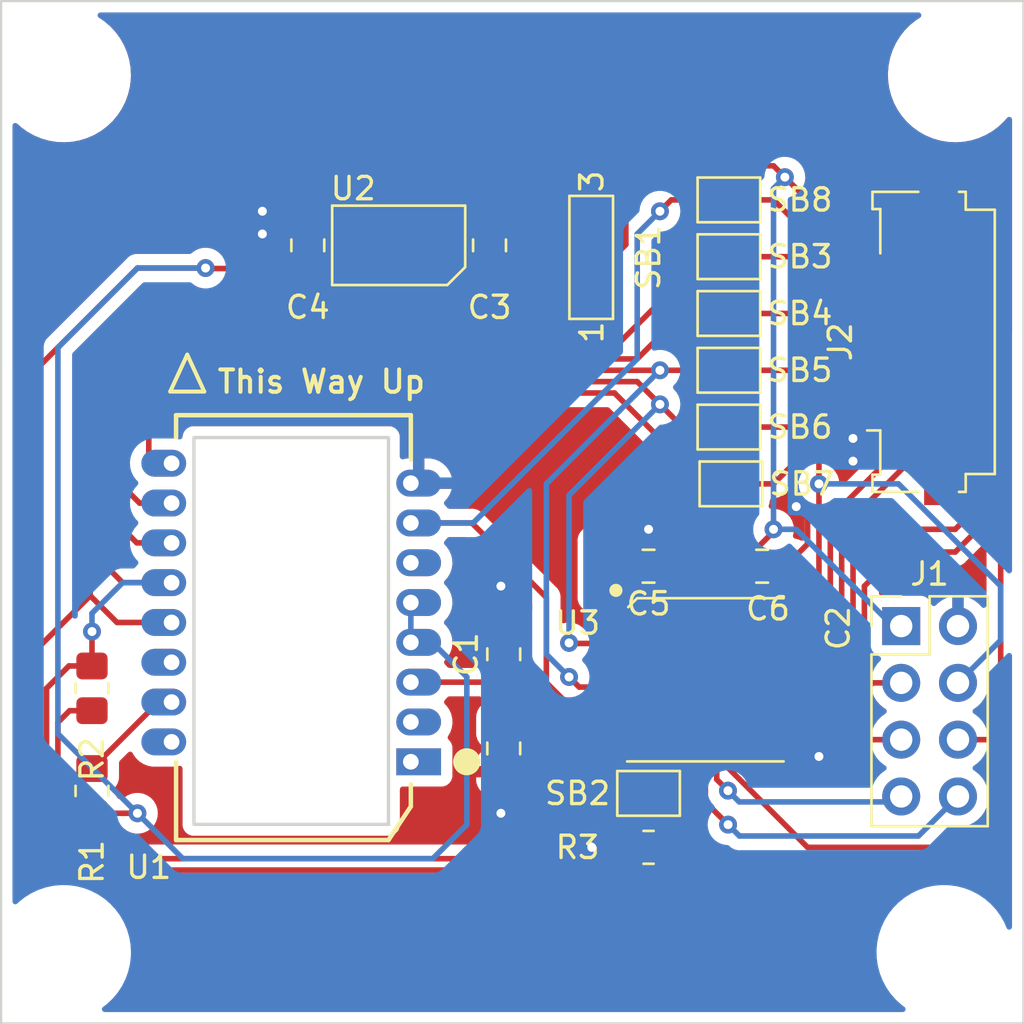
<source format=kicad_pcb>
(kicad_pcb (version 20211014) (generator pcbnew)
  (layers (0 "F.Cu" signal) (31 "B.Cu" signal) (34 "B.Paste" user) (35 "F.Paste" user) (36 "B.SilkS" user "B.Silkscreen") (37 "F.SilkS" user "F.Silkscreen") (38 "B.Mask" user) (39 "F.Mask" user) (44 "Edge.Cuts" user))
  (net 0 "")
  (net 1 "Net-(U1-Pad3)")
  (net 2 "GND")
  (net 3 "Net-(C3-Pad1)")
  (net 4 "VDD")
  (net 5 "/V_IN")
  (net 6 "/CS_O")
  (net 7 "/MISO_O")
  (net 8 "/MOSI_O")
  (net 9 "/SCLK_O")
  (net 10 "/MOTION_O")
  (net 11 "/RESET_O")
  (net 13 "Net-(U1-Pad15)")
  (net 14 "/MISO")
  (net 15 "Net-(R3-Pad1)")
  (net 16 "/CS")
  (net 17 "/MOSI")
  (net 18 "/SCLK")
  (net 19 "/MOTION")
  (net 20 "/RESET")
  (footprint "Jumper:SolderJumper-3_P2.0mm_Open_TrianglePad1.0x1.5mm_NumberLabels" (layer "F.Cu") (at 151.892 94.012 90)
    (fp_text reference "SB1" (at 0 2.54 90) (layer "F.SilkS"))
    (fp_text value "SolderJumper_3_Bridged12" hide)
    (fp_text user "3" (at 3.4 0 90) (layer "F.SilkS"))
    (fp_text user "1" (at -3.35 0 90) (layer "F.SilkS"))
    (pad "1" smd custom (at -2 0 90) (size 0.3 0.3) (layers "F.Cu" "F.Mask") (net 4 "VDD") (options (clearance outline) (anchor rect)) (primitives (gr_poly (pts (xy 1 0) (xy 0.5 0.75) (xy -0.5 0.75) (xy -0.5 -0.75) (xy 0.5 -0.75)) (width 0) (fill yes))))
    (pad "2" smd custom (at 0 0 90) (size 0.3 0.3) (layers "F.Cu") (net 5 "/V_IN") (options (clearance outline) (anchor rect)) (primitives (gr_poly (pts (xy 0.7 0) (xy 1.2 0.75) (xy -1.2 0.75) (xy -0.7 0) (xy -1.2 -0.75) (xy 1.2 -0.75)) (width 0) (fill yes))))
    (pad "3" smd custom (at 2 0 270) (size 0.3 0.3) (layers "F.Cu" "F.Mask") (net 3 "Net-(C3-Pad1)") (options (clearance outline) (anchor rect)) (primitives (gr_poly (pts (xy 1 0) (xy 0.5 0.75) (xy -0.5 0.75) (xy -0.5 -0.75) (xy 0.5 -0.75)) (width 0) (fill yes))))
  )
  (footprint "Resistor_SMD:R_0805_2012Metric_Pad1.20x1.40mm_HandSolder" (layer "F.Cu") (at 154.432 120.396 180)
    (fp_text reference "R3" (at 3.175 0) (layer "F.SilkS"))
    (fp_text value "10k")
    (pad "1" smd roundrect (at -1 0 180) (size 1.2 1.4) (layers "F.Cu" "F.Paste" "F.Mask") (roundrect_rratio 0.208333) (net 15 "Net-(R3-Pad1)"))
    (pad "2" smd roundrect (at 1 0 180) (size 1.2 1.4) (layers "F.Cu" "F.Paste" "F.Mask") (roundrect_rratio 0.208333) (net 2 "GND"))
  )
  (footprint "Jumper:SolderJumper-2_P1.3mm_Open_TrianglePad1.0x1.5mm" (layer "F.Cu") (at 158.025 96.52)
    (fp_text reference "SB4" (at 3.175 0) (layer "F.SilkS"))
    (fp_text value "SolderJumper_2_Open" hide)
    (pad "1" smd custom (at -0.725 0) (size 0.3 0.3) (layers "F.Cu" "F.Mask") (net 14 "/MISO") (options (clearance outline) (anchor rect)) (primitives (gr_poly (pts (xy 1 0) (xy 0.5 0.75) (xy -0.5 0.75) (xy -0.5 -0.75) (xy 0.5 -0.75)) (width 0) (fill yes))))
    (pad "2" smd custom (at 0.725 0) (size 0.3 0.3) (layers "F.Cu" "F.Mask") (net 7 "/MISO_O") (options (clearance outline) (anchor rect)) (primitives (gr_poly (pts (xy 0.5 0.75) (xy -0.65 0.75) (xy -0.15 0) (xy -0.65 -0.75) (xy 0.5 -0.75)) (width 0) (fill yes))))
  )
  (footprint "PMW3360_PCB:SOT-25-5_Handsoldering" (layer "F.Cu") (at 143.256 93.472 90)
    (fp_text reference "U2" (at 2.54 -2.032) (layer "F.SilkS"))
    (fp_text value "AP7331-20WG-7" hide)
    (pad "1" smd rect (at -0.95 1.65 90) (size 0.65 1.65) (layers "F.Cu" "F.Paste" "F.Mask") (net 3 "Net-(C3-Pad1)"))
    (pad "2" smd rect (at 0 1.65 90) (size 0.65 1.65) (layers "F.Cu" "F.Paste" "F.Mask") (net 2 "GND"))
    (pad "3" smd rect (at 0.95 1.65 90) (size 0.65 1.65) (layers "F.Cu" "F.Paste" "F.Mask") (net 3 "Net-(C3-Pad1)"))
    (pad "4" smd rect (at 0.95 -1.65 90) (size 0.65 1.65) (layers "F.Cu" "F.Paste" "F.Mask"))
    (pad "5" smd rect (at -0.95 -1.65 90) (size 0.65 1.65) (layers "F.Cu" "F.Paste" "F.Mask") (net 4 "VDD"))
  )
  (footprint "Jumper:SolderJumper-2_P1.3mm_Open_TrianglePad1.0x1.5mm" (layer "F.Cu") (at 154.432 117.983)
    (fp_text reference "SB2" (at -3.175 0) (layer "F.SilkS"))
    (fp_text value "SolderJumper_2_Open" hide)
    (pad "1" smd custom (at -0.725 0) (size 0.3 0.3) (layers "F.Cu" "F.Mask") (net 4 "VDD") (options (clearance outline) (anchor rect)) (primitives (gr_poly (pts (xy 1 0) (xy 0.5 0.75) (xy -0.5 0.75) (xy -0.5 -0.75) (xy 0.5 -0.75)) (width 0) (fill yes))))
    (pad "2" smd custom (at 0.725 0) (size 0.3 0.3) (layers "F.Cu" "F.Mask") (net 15 "Net-(R3-Pad1)") (options (clearance outline) (anchor rect)) (primitives (gr_poly (pts (xy 0.5 0.75) (xy -0.65 0.75) (xy -0.15 0) (xy -0.65 -0.75) (xy 0.5 -0.75)) (width 0) (fill yes))))
  )
  (footprint "MountingHole:MountingHole_2.5mm" (layer "F.Cu") (at 168.275 85.725)
    (fp_text reference "REF**" hide)
    (fp_text value "MountingHole_2.5mm" hide)
    (pad "" np_thru_hole circle (at 0 0) (size 2.5 2.5) (drill 2.5) (layers *.Cu *.Mask))
  )
  (footprint "Capacitor_SMD:C_0805_2012Metric_Pad1.18x1.45mm_HandSolder" (layer "F.Cu") (at 139.192 93.472 90)
    (fp_text reference "C4" (at -2.7725 0) (layer "F.SilkS"))
    (fp_text value "1uF")
    (pad "1" smd roundrect (at -1.0375 0 90) (size 1.175 1.45) (layers "F.Cu" "F.Paste" "F.Mask") (roundrect_rratio 0.212766) (net 4 "VDD"))
    (pad "2" smd roundrect (at 1.0375 0 90) (size 1.175 1.45) (layers "F.Cu" "F.Paste" "F.Mask") (roundrect_rratio 0.212766) (net 2 "GND"))
  )
  (footprint "Capacitor_SMD:C_0805_2012Metric_Pad1.18x1.45mm_HandSolder" (layer "F.Cu") (at 147.32 93.472 90)
    (fp_text reference "C3" (at -2.7725 0) (layer "F.SilkS"))
    (fp_text value "1uF")
    (pad "1" smd roundrect (at -1.0375 0 90) (size 1.175 1.45) (layers "F.Cu" "F.Paste" "F.Mask") (roundrect_rratio 0.212766) (net 3 "Net-(C3-Pad1)"))
    (pad "2" smd roundrect (at 1.0375 0 90) (size 1.175 1.45) (layers "F.Cu" "F.Paste" "F.Mask") (roundrect_rratio 0.212766) (net 2 "GND"))
  )
  (footprint "Jumper:SolderJumper-2_P1.3mm_Open_TrianglePad1.0x1.5mm" (layer "F.Cu") (at 158.025 93.98)
    (fp_text reference "SB3" (at 3.175 0) (layer "F.SilkS"))
    (fp_text value "SolderJumper_2_Open" hide)
    (pad "1" smd custom (at -0.725 0) (size 0.3 0.3) (layers "F.Cu" "F.Mask") (net 16 "/CS") (options (clearance outline) (anchor rect)) (primitives (gr_poly (pts (xy 1 0) (xy 0.5 0.75) (xy -0.5 0.75) (xy -0.5 -0.75) (xy 0.5 -0.75)) (width 0) (fill yes))))
    (pad "2" smd custom (at 0.725 0) (size 0.3 0.3) (layers "F.Cu" "F.Mask") (net 6 "/CS_O") (options (clearance outline) (anchor rect)) (primitives (gr_poly (pts (xy 0.5 0.75) (xy -0.65 0.75) (xy -0.15 0) (xy -0.65 -0.75) (xy 0.5 -0.75)) (width 0) (fill yes))))
  )
  (footprint "Jumper:SolderJumper-2_P1.3mm_Open_TrianglePad1.0x1.5mm" (layer "F.Cu") (at 158.025 101.6)
    (fp_text reference "SB6" (at 3.175 0) (layer "F.SilkS"))
    (fp_text value "SolderJumper_2_Open" hide)
    (pad "1" smd custom (at -0.725 0) (size 0.3 0.3) (layers "F.Cu" "F.Mask") (net 18 "/SCLK") (options (clearance outline) (anchor rect)) (primitives (gr_poly (pts (xy 1 0) (xy 0.5 0.75) (xy -0.5 0.75) (xy -0.5 -0.75) (xy 0.5 -0.75)) (width 0) (fill yes))))
    (pad "2" smd custom (at 0.725 0) (size 0.3 0.3) (layers "F.Cu" "F.Mask") (net 9 "/SCLK_O") (options (clearance outline) (anchor rect)) (primitives (gr_poly (pts (xy 0.5 0.75) (xy -0.65 0.75) (xy -0.15 0) (xy -0.65 -0.75) (xy 0.5 -0.75)) (width 0) (fill yes))))
  )
  (footprint "Capacitor_SMD:C_0805_2012Metric_Pad1.18x1.45mm_HandSolder" (layer "F.Cu") (at 159.512 107.823)
    (fp_text reference "C6" (at 0.261252 1.905) (layer "F.SilkS"))
    (fp_text value "1uF")
    (pad "1" smd roundrect (at -1.0375 0) (size 1.175 1.45) (layers "F.Cu" "F.Paste" "F.Mask") (roundrect_rratio 0.212766) (net 5 "/V_IN"))
    (pad "2" smd roundrect (at 1.0375 0) (size 1.175 1.45) (layers "F.Cu" "F.Paste" "F.Mask") (roundrect_rratio 0.212766) (net 2 "GND"))
  )
  (footprint "MountingHole:MountingHole_2.5mm" (layer "F.Cu") (at 167.64 125.095)
    (fp_text reference "REF**" hide)
    (fp_text value "MountingHole_2.5mm" hide)
    (pad "" np_thru_hole circle (at 0 0) (size 2.5 2.5) (drill 2.5) (layers *.Cu *.Mask))
  )
  (footprint "PMW3360_PCB:TSSOP-20" (layer "F.Cu") (at 156.972 112.903 -90)
    (fp_text reference "U3" (at -2.54 5.715) (layer "F.SilkS"))
    (fp_text value "TXS0108E-QPWRQ1")
    (pad "1" smd roundrect (at -2.925 2.9 270) (size 0.45 2) (drill (offset 0 0.25)) (layers "F.Cu" "F.Paste" "F.Mask") (roundrect_rratio 0) (chamfer_ratio 0.4) (chamfer top_left) (net 19 "/MOTION"))
    (pad "2" smd rect (at -2.275 2.9 270) (size 0.45 2) (drill (offset 0 0.25)) (layers "F.Cu" "F.Paste" "F.Mask") (net 4 "VDD"))
    (pad "3" smd rect (at -1.625 2.9 270) (size 0.45 2) (drill (offset 0 0.25)) (layers "F.Cu" "F.Paste" "F.Mask") (net 18 "/SCLK"))
    (pad "4" smd rect (at -0.975 2.9 270) (size 0.45 2) (drill (offset 0 0.25)) (layers "F.Cu" "F.Paste" "F.Mask"))
    (pad "5" smd rect (at -0.325 2.9 270) (size 0.45 2) (drill (offset 0 0.25)) (layers "F.Cu" "F.Paste" "F.Mask"))
    (pad "6" smd rect (at 0.325 2.9 270) (size 0.45 2) (drill (offset 0 0.25)) (layers "F.Cu" "F.Paste" "F.Mask") (net 17 "/MOSI"))
    (pad "7" smd rect (at 0.975 2.9 270) (size 0.45 2) (drill (offset 0 0.25)) (layers "F.Cu" "F.Paste" "F.Mask") (net 20 "/RESET"))
    (pad "8" smd rect (at 1.625 2.9 270) (size 0.45 2) (drill (offset 0 0.25)) (layers "F.Cu" "F.Paste" "F.Mask") (net 14 "/MISO"))
    (pad "9" smd rect (at 2.275 2.9 270) (size 0.45 2) (drill (offset 0 0.25)) (layers "F.Cu" "F.Paste" "F.Mask") (net 16 "/CS"))
    (pad "10" smd rect (at 2.925 2.9 270) (size 0.45 2) (drill (offset 0 0.25)) (layers "F.Cu" "F.Paste" "F.Mask") (net 15 "Net-(R3-Pad1)"))
    (pad "11" smd rect (at 2.925 -2.9 270) (size 0.45 2) (drill (offset 0 -0.25)) (layers "F.Cu" "F.Paste" "F.Mask") (net 2 "GND"))
    (pad "12" smd rect (at 2.275 -2.9 270) (size 0.45 2) (drill (offset 0 -0.25)) (layers "F.Cu" "F.Paste" "F.Mask") (net 6 "/CS_O"))
    (pad "13" smd rect (at 1.625 -2.9 270) (size 0.45 2) (drill (offset 0 -0.25)) (layers "F.Cu" "F.Paste" "F.Mask") (net 7 "/MISO_O"))
    (pad "14" smd rect (at 0.975 -2.9 270) (size 0.45 2) (drill (offset 0 -0.25)) (layers "F.Cu" "F.Paste" "F.Mask") (net 11 "/RESET_O"))
    (pad "15" smd rect (at 0.325 -2.9 270) (size 0.45 2) (drill (offset 0 -0.25)) (layers "F.Cu" "F.Paste" "F.Mask") (net 8 "/MOSI_O"))
    (pad "16" smd rect (at -0.325 -2.9 270) (size 0.45 2) (drill (offset 0 -0.25)) (layers "F.Cu" "F.Paste" "F.Mask"))
    (pad "17" smd rect (at -0.975 -2.9 270) (size 0.45 2) (drill (offset 0 -0.25)) (layers "F.Cu" "F.Paste" "F.Mask"))
    (pad "18" smd rect (at -1.625 -2.9 270) (size 0.45 2) (drill (offset 0 -0.25)) (layers "F.Cu" "F.Paste" "F.Mask") (net 9 "/SCLK_O"))
    (pad "19" smd rect (at -2.275 -2.9 270) (size 0.45 2) (drill (offset 0 -0.25)) (layers "F.Cu" "F.Paste" "F.Mask") (net 5 "/V_IN"))
    (pad "20" smd rect (at -2.925 -2.9 270) (size 0.45 2) (drill (offset 0 -0.25)) (layers "F.Cu" "F.Paste" "F.Mask") (net 10 "/MOTION_O"))
  )
  (footprint "Connector_PinHeader_2.54mm:PinHeader_2x04_P2.54mm_Vertical" (layer "F.Cu") (at 165.73 110.5)
    (fp_text reference "J1" (at 1.27 -2.33) (layer "F.SilkS"))
    (fp_text value "Conn_02x04_Top_Bottom" hide)
    (pad "1" thru_hole rect (at 0 0) (size 1.7 1.7) (drill 1) (layers *.Cu *.Mask) (net 5 "/V_IN"))
    (pad "2" thru_hole oval (at 2.54 0) (size 1.7 1.7) (drill 1) (layers *.Cu *.Mask) (net 2 "GND"))
    (pad "3" thru_hole oval (at 0 2.54) (size 1.7 1.7) (drill 1) (layers *.Cu *.Mask) (net 6 "/CS_O"))
    (pad "4" thru_hole oval (at 2.54 2.54) (size 1.7 1.7) (drill 1) (layers *.Cu *.Mask) (net 10 "/MOTION_O"))
    (pad "5" thru_hole oval (at 0 5.08) (size 1.7 1.7) (drill 1) (layers *.Cu *.Mask) (net 7 "/MISO_O"))
    (pad "6" thru_hole oval (at 2.54 5.08) (size 1.7 1.7) (drill 1) (layers *.Cu *.Mask) (net 11 "/RESET_O"))
    (pad "7" thru_hole oval (at 0 7.62) (size 1.7 1.7) (drill 1) (layers *.Cu *.Mask) (net 8 "/MOSI_O"))
    (pad "8" thru_hole oval (at 2.54 7.62) (size 1.7 1.7) (drill 1) (layers *.Cu *.Mask) (net 9 "/SCLK_O"))
  )
  (footprint "Jumper:SolderJumper-2_P1.3mm_Open_TrianglePad1.0x1.5mm" (layer "F.Cu") (at 158.025 91.44)
    (fp_text reference "SB8" (at 3.175 0) (layer "F.SilkS"))
    (fp_text value "SolderJumper_2_Open" hide)
    (pad "1" smd custom (at -0.725 0) (size 0.3 0.3) (layers "F.Cu" "F.Mask") (net 20 "/RESET") (options (clearance outline) (anchor rect)) (primitives (gr_poly (pts (xy 1 0) (xy 0.5 0.75) (xy -0.5 0.75) (xy -0.5 -0.75) (xy 0.5 -0.75)) (width 0) (fill yes))))
    (pad "2" smd custom (at 0.725 0) (size 0.3 0.3) (layers "F.Cu" "F.Mask") (net 11 "/RESET_O") (options (clearance outline) (anchor rect)) (primitives (gr_poly (pts (xy 0.5 0.75) (xy -0.65 0.75) (xy -0.15 0) (xy -0.65 -0.75) (xy 0.5 -0.75)) (width 0) (fill yes))))
  )
  (footprint "Resistor_SMD:R_0805_2012Metric_Pad1.20x1.40mm_HandSolder" (layer "F.Cu") (at 129.54 113.284 90)
    (fp_text reference "R2" (at -3.175 0 90) (layer "F.SilkS"))
    (fp_text value "10k")
    (pad "1" smd roundrect (at -1 0 90) (size 1.2 1.4) (layers "F.Cu" "F.Paste" "F.Mask") (roundrect_rratio 0.208333) (net 4 "VDD"))
    (pad "2" smd roundrect (at 1 0 90) (size 1.2 1.4) (layers "F.Cu" "F.Paste" "F.Mask") (roundrect_rratio 0.208333) (net 14 "/MISO"))
  )
  (footprint "PMW3360_PCB:16pin‐DIP(PMW3360DM-T2QU)" (layer "F.Cu") (at 143.8 116.56825 90)
    (fp_text reference "U1" (at -4.71675 -11.72) (layer "F.SilkS"))
    (fp_text value "PMW3360DM-T2QU")
    (fp_text user "This Way Up" (at 17 -4 unlocked) (layer "F.SilkS") (effects (font (thickness 0.18))))
    (fp_rect (start -2.8 -1) (end 14.5 -9.7) (layer "Edge.Cuts") (width 0.15) (fill none))
    (pad "1" thru_hole rect (at 0 0 90) (size 1.2 2) (drill 0.7 (offset 0 0.35)) (layers *.Cu *.Mask))
    (pad "2" thru_hole oval (at 1.78 0 90) (size 1.2 2) (drill 0.7 (offset 0 0.35)) (layers *.Cu *.Mask))
    (pad "3" thru_hole oval (at 3.56 0 90) (size 1.2 2) (drill 0.7 (offset 0 0.35)) (layers *.Cu *.Mask) (net 1 "Net-(U1-Pad3)"))
    (pad "4" thru_hole oval (at 5.34 0 90) (size 1.2 2) (drill 0.7 (offset 0 0.35)) (layers *.Cu *.Mask) (net 4 "VDD"))
    (pad "5" thru_hole oval (at 7.12 0 90) (size 1.2 2) (drill 0.7 (offset 0 0.35)) (layers *.Cu *.Mask) (net 4 "VDD"))
    (pad "6" thru_hole oval (at 8.9 0 90) (size 1.2 2) (drill 0.7 (offset 0 0.35)) (layers *.Cu *.Mask))
    (pad "7" thru_hole oval (at 10.68 0 90) (size 1.2 2) (drill 0.7 (offset 0 0.35)) (layers *.Cu *.Mask) (net 20 "/RESET"))
    (pad "8" thru_hole oval (at 12.46 0 90) (size 1.2 2) (drill 0.7 (offset 0 0.35)) (layers *.Cu *.Mask) (net 2 "GND"))
    (pad "9" thru_hole oval (at 13.35 -10.7 90) (size 1.2 2) (drill 0.7 (offset 0 -0.35)) (layers *.Cu *.Mask) (net 19 "/MOTION"))
    (pad "10" thru_hole oval (at 11.57 -10.7 90) (size 1.2 2) (drill 0.7 (offset 0 -0.35)) (layers *.Cu *.Mask) (net 18 "/SCLK"))
    (pad "11" thru_hole oval (at 9.79 -10.7 90) (size 1.2 2) (drill 0.7 (offset 0 -0.35)) (layers *.Cu *.Mask) (net 17 "/MOSI"))
    (pad "12" thru_hole oval (at 8.01 -10.7 90) (size 1.2 2) (drill 0.7 (offset 0 -0.35)) (layers *.Cu *.Mask) (net 14 "/MISO"))
    (pad "13" thru_hole oval (at 6.23 -10.7 90) (size 1.2 2) (drill 0.7 (offset 0 -0.35)) (layers *.Cu *.Mask) (net 16 "/CS"))
    (pad "14" thru_hole oval (at 4.45 -10.7 90) (size 1.2 2) (drill 0.7 (offset 0 -0.35)) (layers *.Cu *.Mask))
    (pad "15" thru_hole oval (at 2.67 -10.7 90) (size 1.2 2) (drill 0.7 (offset 0 -0.35)) (layers *.Cu *.Mask) (net 13 "Net-(U1-Pad15)"))
    (pad "16" thru_hole oval (at 0.89 -10.7 90) (size 1.2 2) (drill 0.7 (offset 0 -0.35)) (layers *.Cu *.Mask))
  )
  (footprint "Resistor_SMD:R_0805_2012Metric_Pad1.20x1.40mm_HandSolder" (layer "F.Cu") (at 129.54 117.872 90)
    (fp_text reference "R1" (at -3.175 0 90) (layer "F.SilkS"))
    (fp_text value "39R")
    (pad "1" smd roundrect (at -1 0 90) (size 1.2 1.4) (layers "F.Cu" "F.Paste" "F.Mask") (roundrect_rratio 0.208333) (net 4 "VDD"))
    (pad "2" smd roundrect (at 1 0 90) (size 1.2 1.4) (layers "F.Cu" "F.Paste" "F.Mask") (roundrect_rratio 0.208333) (net 13 "Net-(U1-Pad15)"))
  )
  (footprint "Jumper:SolderJumper-2_P1.3mm_Open_TrianglePad1.0x1.5mm" (layer "F.Cu") (at 158.025 99.06)
    (fp_text reference "SB5" (at 3.175 0) (layer "F.SilkS"))
    (fp_text value "SolderJumper_2_Open" hide)
    (pad "1" smd custom (at -0.725 0) (size 0.3 0.3) (layers "F.Cu" "F.Mask") (net 17 "/MOSI") (options (clearance outline) (anchor rect)) (primitives (gr_poly (pts (xy 1 0) (xy 0.5 0.75) (xy -0.5 0.75) (xy -0.5 -0.75) (xy 0.5 -0.75)) (width 0) (fill yes))))
    (pad "2" smd custom (at 0.725 0) (size 0.3 0.3) (layers "F.Cu" "F.Mask") (net 8 "/MOSI_O") (options (clearance outline) (anchor rect)) (primitives (gr_poly (pts (xy 0.5 0.75) (xy -0.65 0.75) (xy -0.15 0) (xy -0.65 -0.75) (xy 0.5 -0.75)) (width 0) (fill yes))))
  )
  (footprint "Connector_FFC-FPC:Molex_200528-0080_1x08-1MP_P1.00mm_Horizontal" (layer "F.Cu") (at 165.615 97.79 90)
    (fp_text reference "J2" (at 0 -2.61 90) (layer "F.SilkS"))
    (fp_text value "Conn_01x08_MountingPin" hide)
    (pad "1" smd rect (at -3.5 -0.91 90) (size 0.4 1) (layers "F.Cu" "F.Paste" "F.Mask") (net 2 "GND"))
    (pad "2" smd rect (at -2.5 -0.91 90) (size 0.4 1) (layers "F.Cu" "F.Paste" "F.Mask") (net 10 "/MOTION_O"))
    (pad "3" smd rect (at -1.5 -0.91 90) (size 0.4 1) (layers "F.Cu" "F.Paste" "F.Mask") (net 9 "/SCLK_O"))
    (pad "4" smd rect (at -0.5 -0.91 90) (size 0.4 1) (layers "F.Cu" "F.Paste" "F.Mask") (net 8 "/MOSI_O"))
    (pad "5" smd rect (at 0.5 -0.91 90) (size 0.4 1) (layers "F.Cu" "F.Paste" "F.Mask") (net 7 "/MISO_O"))
    (pad "6" smd rect (at 1.5 -0.91 90) (size 0.4 1) (layers "F.Cu" "F.Paste" "F.Mask") (net 6 "/CS_O"))
    (pad "7" smd rect (at 2.5 -0.91 90) (size 0.4 1) (layers "F.Cu" "F.Paste" "F.Mask") (net 11 "/RESET_O"))
    (pad "8" smd rect (at 3.5 -0.91 90) (size 0.4 1) (layers "F.Cu" "F.Paste" "F.Mask") (net 5 "/V_IN"))
    (pad "MP" smd rect (at 6.3 1.79 90) (size 2 1.3) (layers "F.Cu" "F.Adhes" "F.Paste" "F.Mask"))
    (pad "MP" smd rect (at -6.3 1.79 90) (size 2 1.3) (layers "F.Cu" "F.Paste" "F.Mask"))
  )
  (footprint "MountingHole:MountingHole_2.5mm" (layer "F.Cu") (at 128.27 85.725)
    (fp_text reference "REF**" hide)
    (fp_text value "MountingHole_2.5mm" hide)
    (pad "" np_thru_hole circle (at 0 0) (size 2.5 2.5) (drill 2.5) (layers *.Cu *.Mask))
  )
  (footprint "Capacitor_SMD:C_0805_2012Metric_Pad1.18x1.45mm_HandSolder" (layer "F.Cu") (at 147.955 115.9725 -90)
    (fp_text reference "C2" (at -5.377 -14.957 -90) (layer "F.SilkS"))
    (fp_text value "100nF")
    (pad "1" smd roundrect (at -1.0375 0 270) (size 1.175 1.45) (layers "F.Cu" "F.Paste" "F.Mask") (roundrect_rratio 0.212766) (net 1 "Net-(U1-Pad3)"))
    (pad "2" smd roundrect (at 1.0375 0 270) (size 1.175 1.45) (layers "F.Cu" "F.Paste" "F.Mask") (roundrect_rratio 0.212766) (net 2 "GND"))
  )
  (footprint "MountingHole:MountingHole_2.5mm" (layer "F.Cu") (at 128.27 125.095)
    (fp_text reference "REF**" hide)
    (fp_text value "MountingHole_2.5mm" hide)
    (pad "" np_thru_hole circle (at 0 0) (size 2.5 2.5) (drill 2.5) (layers *.Cu *.Mask))
  )
  (footprint "Capacitor_SMD:C_0805_2012Metric_Pad1.18x1.45mm_HandSolder" (layer "F.Cu") (at 154.432 107.823 180)
    (fp_text reference "C5" (at 0 -1.68) (layer "F.SilkS"))
    (fp_text value "1uF")
    (pad "1" smd roundrect (at -1.0375 0 180) (size 1.175 1.45) (layers "F.Cu" "F.Paste" "F.Mask") (roundrect_rratio 0.212766) (net 4 "VDD"))
    (pad "2" smd roundrect (at 1.0375 0 180) (size 1.175 1.45) (layers "F.Cu" "F.Paste" "F.Mask") (roundrect_rratio 0.212766) (net 2 "GND"))
  )
  (footprint "Jumper:SolderJumper-2_P1.3mm_Open_TrianglePad1.0x1.5mm" (layer "F.Cu") (at 158.115 104.14)
    (fp_text reference "SB7" (at 3.175 0) (layer "F.SilkS"))
    (fp_text value "SolderJumper_2_Open" hide)
    (pad "1" smd custom (at -0.725 0) (size 0.3 0.3) (layers "F.Cu" "F.Mask") (net 19 "/MOTION") (options (clearance outline) (anchor rect)) (primitives (gr_poly (pts (xy 1 0) (xy 0.5 0.75) (xy -0.5 0.75) (xy -0.5 -0.75) (xy 0.5 -0.75)) (width 0) (fill yes))))
    (pad "2" smd custom (at 0.725 0) (size 0.3 0.3) (layers "F.Cu" "F.Mask") (net 10 "/MOTION_O") (options (clearance outline) (anchor rect)) (primitives (gr_poly (pts (xy 0.5 0.75) (xy -0.65 0.75) (xy -0.15 0) (xy -0.65 -0.75) (xy 0.5 -0.75)) (width 0) (fill yes))))
  )
  (footprint "Capacitor_SMD:C_0805_2012Metric_Pad1.18x1.45mm_HandSolder" (layer "F.Cu") (at 147.955 111.76 90)
    (fp_text reference "C1" (at 0 -1.68 90) (layer "F.SilkS"))
    (fp_text value "4.7uF/10V")
    (pad "1" smd roundrect (at -1.0375 0 90) (size 1.175 1.45) (layers "F.Cu" "F.Paste" "F.Mask") (roundrect_rratio 0.212766) (net 1 "Net-(U1-Pad3)"))
    (pad "2" smd roundrect (at 1.0375 0 90) (size 1.175 1.45) (layers "F.Cu" "F.Paste" "F.Mask") (roundrect_rratio 0.212766) (net 2 "GND"))
  )
  (gr_line (start 171.196 128.27) (end 171.196 82.55) (layer "Edge.Cuts") (width 0.1))
  (gr_line (start 125.476 82.55) (end 125.476 128.27) (layer "Edge.Cuts") (width 0.1))
  (gr_line (start 125.476 128.27) (end 171.196 128.27) (layer "Edge.Cuts") (width 0.1))
  (gr_line (start 171.196 82.55) (end 125.476 82.55) (layer "Edge.Cuts") (width 0.1))
  (segment (start 147.955 114.935) (end 147.955 112.7975) (width 0.25) (layer "F.Cu") (net 1))
  (segment (start 147.74425 113.00825) (end 147.955 112.7975) (width 0.25) (layer "F.Cu") (net 1))
  (segment (start 143.8 113.00825) (end 147.74425 113.00825) (width 0.25) (layer "F.Cu") (net 1))
  (segment (start 160.5495 107.823) (end 161.544 106.8285) (width 0.25) (layer "F.Cu") (net 2))
  (segment (start 159.872 115.828) (end 161.548 115.828) (width 0.25) (layer "F.Cu") (net 2))
  (segment (start 161.544 106.8285) (end 161.544 105.664) (width 0.25) (layer "F.Cu") (net 2))
  (segment (start 164.705 101.29) (end 164.394 101.29) (width 0.25) (layer "F.Cu") (net 2))
  (segment (start 139.192 92.4345) (end 139.1705 92.456) (width 0.25) (layer "F.Cu") (net 2))
  (segment (start 161.544 105.664) (end 161.036 105.156) (width 0.25) (layer "F.Cu") (net 2))
  (segment (start 144.906 93.472) (end 140.2295 93.472) (width 0.25) (layer "F.Cu") (net 2))
  (segment (start 161.548 115.828) (end 162.052 116.332) (width 0.25) (layer "F.Cu") (net 2))
  (segment (start 140.2295 93.472) (end 139.192 92.4345) (width 0.25) (layer "F.Cu") (net 2))
  (segment (start 146.2825 93.472) (end 147.32 92.4345) (width 0.25) (layer "F.Cu") (net 2))
  (segment (start 144.906 93.472) (end 146.2825 93.472) (width 0.25) (layer "F.Cu") (net 2))
  (via (at 151.892 120.396) (size 0.8) (drill 0.4) (layers "F.Cu" "B.Cu") (net 2))
  (via (at 163.576 102.108) (size 0.8) (drill 0.4) (layers "F.Cu" "B.Cu") (net 2))
  (via (at 147.828 118.872) (size 0.8) (drill 0.4) (layers "F.Cu" "B.Cu") (net 2))
  (via (at 161.036 105.156) (size 0.8) (drill 0.4) (layers "F.Cu" "B.Cu") (net 2))
  (via (at 162.052 116.332) (size 0.8) (drill 0.4) (layers "F.Cu" "B.Cu") (net 2))
  (via (at 137.16 91.948) (size 0.8) (drill 0.4) (layers "F.Cu" "B.Cu") (net 2))
  (via (at 154.432 106.172) (size 0.8) (drill 0.4) (layers "F.Cu" "B.Cu") (net 2))
  (via (at 147.828 108.712) (size 0.8) (drill 0.4) (layers "F.Cu" "B.Cu") (net 2))
  (via (at 137.16 92.964) (size 0.8) (drill 0.4) (layers "F.Cu" "B.Cu") (net 2))
  (via (at 163.576 103.124) (size 0.8) (drill 0.4) (layers "F.Cu" "B.Cu") (net 2))
  (segment (start 149.352 92.456) (end 149.352 93.98) (width 0.25) (layer "F.Cu") (net 3))
  (segment (start 144.9935 94.5095) (end 144.906 94.422) (width 0.25) (layer "F.Cu") (net 3))
  (segment (start 147.32 94.5095) (end 144.9935 94.5095) (width 0.25) (layer "F.Cu") (net 3))
  (segment (start 149.796 92.012) (end 148.716 90.932) (width 0.25) (layer "F.Cu") (net 3))
  (segment (start 148.8225 94.5095) (end 147.32 94.5095) (width 0.25) (layer "F.Cu") (net 3))
  (segment (start 148.716 90.932) (end 145.796 90.932) (width 0.25) (layer "F.Cu") (net 3))
  (segment (start 151.892 92.012) (end 149.796 92.012) (width 0.25) (layer "F.Cu") (net 3))
  (segment (start 145.796 90.932) (end 144.906 91.822) (width 0.25) (layer "F.Cu") (net 3))
  (segment (start 149.352 93.98) (end 148.8225 94.5095) (width 0.25) (layer "F.Cu") (net 3))
  (segment (start 144.906 92.522) (end 144.906 91.822) (width 0.25) (layer "F.Cu") (net 3))
  (segment (start 149.796 92.012) (end 149.352 92.456) (width 0.25) (layer "F.Cu") (net 3))
  (segment (start 139.2795 94.422) (end 139.192 94.5095) (width 0.25) (layer "F.Cu") (net 4))
  (segment (start 155.4695 107.823) (end 155.4695 110.01444) (width 0.25) (layer "F.Cu") (net 4))
  (segment (start 153.707 117.983) (end 152.781 117.983) (width 0.25) (layer "F.Cu") (net 4))
  (segment (start 141.606 94.422) (end 141.606 94.9) (width 0.25) (layer "F.Cu") (net 4))
  (segment (start 141.606 94.422) (end 139.2795 94.422) (width 0.25) (layer "F.Cu") (net 4))
  (segment (start 128.016 118.364) (end 128.524 118.872) (width 0.25) (layer "F.Cu") (net 4))
  (segment (start 139.192 94.5095) (end 134.6415 94.5095) (width 0.25) (layer "F.Cu") (net 4))
  (segment (start 128.54 114.284) (end 128.016 114.808) (width 0.25) (layer "F.Cu") (net 4))
  (segment (start 156.464 112.156989) (end 156.464 121.412) (width 0.25) (layer "F.Cu") (net 4))
  (segment (start 150.368 121.92) (end 128.396283 121.92) (width 0.25) (layer "F.Cu") (net 4))
  (segment (start 142.718 96.012) (end 151.892 96.012) (width 0.25) (layer "F.Cu") (net 4))
  (segment (start 128.524 118.872) (end 129.54 118.872) (width 0.25) (layer "F.Cu") (net 4))
  (segment (start 154.935011 110.628) (end 156.464 112.156989) (width 0.25) (layer "F.Cu") (net 4))
  (segment (start 128.016 114.808) (end 128.016 118.364) (width 0.25) (layer "F.Cu") (net 4))
  (segment (start 134.6415 94.5095) (end 134.62 94.488) (width 0.25) (layer "F.Cu") (net 4))
  (segment (start 131.572 94.488) (end 134.62 94.488) (width 0.25) (layer "F.Cu") (net 4))
  (segment (start 141.606 94.9) (end 142.718 96.012) (width 0.25) (layer "F.Cu") (net 4))
  (segment (start 128.396283 121.92) (end 126.492 120.015717) (width 0.25) (layer "F.Cu") (net 4))
  (segment (start 156.464 121.412) (end 155.956 121.92) (width 0.25) (layer "F.Cu") (net 4))
  (segment (start 126.492 99.568) (end 131.572 94.488) (width 0.25) (layer "F.Cu") (net 4))
  (segment (start 129.54 118.872) (end 131.572 118.872) (width 0.25) (layer "F.Cu") (net 4))
  (segment (start 154.85594 110.628) (end 154.072 110.628) (width 0.25) (layer "F.Cu") (net 4))
  (segment (start 155.4695 110.01444) (end 154.85594 110.628) (width 0.25) (layer "F.Cu") (net 4))
  (segment (start 152.781 117.983) (end 150.368 120.396) (width 0.25) (layer "F.Cu") (net 4))
  (segment (start 126.492 120.015717) (end 126.492 99.568) (width 0.25) (layer "F.Cu") (net 4))
  (segment (start 150.368 120.396) (end 150.368 121.92) (width 0.25) (layer "F.Cu") (net 4))
  (segment (start 154.072 110.628) (end 154.935011 110.628) (width 0.25) (layer "F.Cu") (net 4))
  (segment (start 155.956 121.92) (end 150.368 121.92) (width 0.25) (layer "F.Cu") (net 4))
  (segment (start 129.54 114.284) (end 128.54 114.284) (width 0.25) (layer "F.Cu") (net 4))
  (via (at 134.62 94.488) (size 0.8) (drill 0.4) (layers "F.Cu" "B.Cu") (net 4))
  (via (at 131.572 118.872) (size 0.8) (drill 0.4) (layers "F.Cu" "B.Cu") (net 4))
  (segment (start 144.78 120.904) (end 146.304 119.38) (width 0.25) (layer "B.Cu") (net 4))
  (segment (start 146.304 112.776) (end 144.75625 111.22825) (width 0.25) (layer "B.Cu") (net 4))
  (segment (start 131.572 94.488) (end 134.62 94.488) (width 0.25) (layer "B.Cu") (net 4))
  (segment (start 131.572 118.872) (end 128.016 115.316) (width 0.25) (layer "B.Cu") (net 4))
  (segment (start 128.016 98.044) (end 131.572 94.488) (width 0.25) (layer "B.Cu") (net 4))
  (segment (start 143.8 111.22825) (end 143.8 109.44825) (width 0.25) (layer "B.Cu") (net 4))
  (segment (start 131.572 118.872) (end 133.604 120.904) (width 0.25) (layer "B.Cu") (net 4))
  (segment (start 133.604 120.904) (end 144.78 120.904) (width 0.25) (layer "B.Cu") (net 4))
  (segment (start 128.016 115.316) (end 128.016 98.044) (width 0.25) (layer "B.Cu") (net 4))
  (segment (start 146.304 119.38) (end 146.304 112.776) (width 0.25) (layer "B.Cu") (net 4))
  (segment (start 144.75625 111.22825) (end 143.8 111.22825) (width 0.25) (layer "B.Cu") (net 4))
  (segment (start 153.416 90.932) (end 153.416 93.44) (width 0.25) (layer "F.Cu") (net 5))
  (segment (start 152.844 94.012) (end 151.892 94.012) (width 0.25) (layer "F.Cu") (net 5))
  (segment (start 158.4745 107.823) (end 158.4745 110.204522) (width 0.25) (layer "F.Cu") (net 5))
  (segment (start 153.416 93.44) (end 152.844 94.012) (width 0.25) (layer "F.Cu") (net 5))
  (segment (start 164.394 94.29) (end 164.705 94.29) (width 0.25) (layer "F.Cu") (net 5))
  (segment (start 158.897978 110.628) (end 159.872 110.628) (width 0.25) (layer "F.Cu") (net 5))
  (segment (start 154.432 89.916) (end 153.416 90.932) (width 0.25) (layer "F.Cu") (net 5))
  (segment (start 160.02 106.2775) (end 158.4745 107.823) (width 0.25) (layer "F.Cu") (net 5))
  (segment (start 158.4745 110.204522) (end 158.897978 110.628) (width 0.25) (layer "F.Cu") (net 5))
  (segment (start 160.02 89.916) (end 154.432 89.916) (width 0.25) (layer "F.Cu") (net 5))
  (segment (start 160.528 90.424) (end 164.394 94.29) (width 0.25) (layer "F.Cu") (net 5))
  (segment (start 160.528 90.424) (end 160.02 89.916) (width 0.25) (layer "F.Cu") (net 5))
  (segment (start 160.02 106.172) (end 160.02 106.2775) (width 0.25) (layer "F.Cu") (net 5))
  (via (at 160.02 106.172) (size 0.8) (drill 0.4) (layers "F.Cu" "B.Cu") (net 5))
  (via (at 160.528 90.424) (size 0.8) (drill 0.4) (layers "F.Cu" "B.Cu") (net 5))
  (segment (start 165.364 110.5) (end 165.73 110.5) (width 0.25) (layer "B.Cu") (net 5))
  (segment (start 161.036 106.172) (end 165.364 110.5) (width 0.25) (layer "B.Cu") (net 5))
  (segment (start 160.528 90.424) (end 160.02 90.932) (width 0.25) (layer "B.Cu") (net 5))
  (segment (start 160.02 106.172) (end 161.036 106.172) (width 0.25) (layer "B.Cu") (net 5))
  (segment (start 160.02 90.932) (end 160.02 106.172) (width 0.25) (layer "B.Cu") (net 5))
  (segment (start 159.872 115.178) (end 162.317718 115.178) (width 0.25) (layer "F.Cu") (net 6))
  (segment (start 169.164 98.044) (end 167.41 96.29) (width 0.25) (layer "F.Cu") (net 6))
  (segment (start 165.73 113.04) (end 164.455718 113.04) (width 0.25) (layer "F.Cu") (net 6))
  (segment (start 164.455718 113.04) (end 164.084 113.411718) (width 0.25) (layer "F.Cu") (net 6))
  (segment (start 162.317718 115.178) (end 164.084 113.411718) (width 0.25) (layer "F.Cu") (net 6))
  (segment (start 163.346 96.29) (end 164.705 96.29) (width 0.25) (layer "F.Cu") (net 6))
  (segment (start 165.608 107.188) (end 168.148 107.188) (width 0.25) (layer "F.Cu") (net 6))
  (segment (start 158.75 93.98) (end 161.036 93.98) (width 0.25) (layer "F.Cu") (net 6))
  (segment (start 169.164 106.172) (end 169.164 98.044) (width 0.25) (layer "F.Cu") (net 6))
  (segment (start 164.084 113.411718) (end 164.084 108.712) (width 0.25) (layer "F.Cu") (net 6))
  (segment (start 167.41 96.29) (end 164.705 96.29) (width 0.25) (layer "F.Cu") (net 6))
  (segment (start 168.148 107.188) (end 169.164 106.172) (width 0.25) (layer "F.Cu") (net 6))
  (segment (start 164.084 108.712) (end 165.608 107.188) (width 0.25) (layer "F.Cu") (net 6))
  (segment (start 161.036 93.98) (end 163.346 96.29) (width 0.25) (layer "F.Cu") (net 6))
  (segment (start 158.75 96.52) (end 161.544 96.52) (width 0.25) (layer "F.Cu") (net 7))
  (segment (start 162.56 117.348) (end 159.512 117.348) (width 0.25) (layer "F.Cu") (net 7))
  (segment (start 163.576 107.696) (end 165.1 106.172) (width 0.25) (layer "F.Cu") (net 7))
  (segment (start 158.776 114.528) (end 159.872 114.528) (width 0.25) (layer "F.Cu") (net 7))
  (segment (start 168.656 98.552) (end 167.394 97.29) (width 0.25) (layer "F.Cu") (net 7))
  (segment (start 168.148 106.172) (end 168.656 105.664) (width 0.25) (layer "F.Cu") (net 7))
  (segment (start 162.332 114.528) (end 163.576 113.284) (width 0.25) (layer "F.Cu") (net 7))
  (segment (start 161.544 96.52) (end 162.314 97.29) (width 0.25) (layer "F.Cu") (net 7))
  (segment (start 164.328 115.58) (end 162.56 117.348) (width 0.25) (layer "F.Cu") (net 7))
  (segment (start 163.576 113.284) (end 163.576 107.696) (width 0.25) (layer "F.Cu") (net 7))
  (segment (start 168.656 105.664) (end 168.656 98.552) (width 0.25) (layer "F.Cu") (net 7))
  (segment (start 159.872 114.528) (end 162.332 114.528) (width 0.25) (layer "F.Cu") (net 7))
  (segment (start 162.314 97.29) (end 164.705 97.29) (width 0.25) (layer "F.Cu") (net 7))
  (segment (start 159.512 117.348) (end 158.496 116.332) (width 0.25) (layer "F.Cu") (net 7))
  (segment (start 167.394 97.29) (end 164.705 97.29) (width 0.25) (layer "F.Cu") (net 7))
  (segment (start 158.496 114.808) (end 158.776 114.528) (width 0.25) (layer "F.Cu") (net 7))
  (segment (start 158.496 116.332) (end 158.496 114.808) (width 0.25) (layer "F.Cu") (net 7))
  (segment (start 165.73 115.58) (end 164.328 115.58) (width 0.25) (layer "F.Cu") (net 7))
  (segment (start 165.1 106.172) (end 168.148 106.172) (width 0.25) (layer "F.Cu") (net 7))
  (segment (start 163.068 112.268) (end 163.068 106.172) (width 0.25) (layer "F.Cu") (net 8))
  (segment (start 157.983701 117.860299) (end 157.48 117.356598) (width 0.25) (layer "F.Cu") (net 8))
  (segment (start 159.872 113.228) (end 162.108 113.228) (width 0.25) (layer "F.Cu") (net 8))
  (segment (start 167.132 102.108) (end 167.132 100.076) (width 0.25) (layer "F.Cu") (net 8))
  (segment (start 164.705 98.29) (end 162.314 98.29) (width 0.25) (layer "F.Cu") (net 8))
  (segment (start 163.068 106.172) (end 167.132 102.108) (width 0.25) (layer "F.Cu") (net 8))
  (segment (start 157.48 117.356598) (end 157.48 114.172283) (width 0.25) (layer "F.Cu") (net 8))
  (segment (start 165.346 98.29) (end 164.705 98.29) (width 0.25) (layer "F.Cu") (net 8))
  (segment (start 161.544 99.06) (end 158.75 99.06) (width 0.25) (layer "F.Cu") (net 8))
  (segment (start 158.424283 113.228) (end 159.872 113.228) (width 0.25) (layer "F.Cu") (net 8))
  (segment (start 162.314 98.29) (end 161.544 99.06) (width 0.25) (layer "F.Cu") (net 8))
  (segment (start 162.108 113.228) (end 163.068 112.268) (width 0.25) (layer "F.Cu") (net 8))
  (segment (start 167.132 100.076) (end 165.346 98.29) (width 0.25) (layer "F.Cu") (net 8))
  (segment (start 157.48 114.172283) (end 158.424283 113.228) (width 0.25) (layer "F.Cu") (net 8))
  (via (at 157.983701 117.860299) (size 0.8) (drill 0.4) (layers "F.Cu" "B.Cu") (net 8))
  (segment (start 158.487402 118.364) (end 165.486 118.364) (width 0.25) (layer "B.Cu") (net 8))
  (segment (start 157.983701 117.860299) (end 158.487402 118.364) (width 0.25) (layer "B.Cu") (net 8))
  (segment (start 165.486 118.364) (end 165.73 118.12) (width 0.25) (layer "B.Cu") (net 8))
  (segment (start 159.898 111.252) (end 159.872 111.278) (width 0.25) (layer "F.Cu") (net 9))
  (segment (start 163.092 99.29) (end 160.782 101.6) (width 0.25) (layer "F.Cu") (net 9))
  (segment (start 166.116 100.076) (end 166.116 102.108) (width 0.25) (layer "F.Cu") (net 9))
  (segment (start 160.782 101.6) (end 158.75 101.6) (width 0.25) (layer "F.Cu") (net 9))
  (segment (start 156.972 113.203978) (end 156.972 118.364) (width 0.25) (layer "F.Cu") (net 9))
  (segment (start 166.116 102.108) (end 162.56 105.664) (width 0.25) (layer "F.Cu") (net 9))
  (segment (start 162.56 110.744) (end 162.052 111.252) (width 0.25) (layer "F.Cu") (net 9))
  (segment (start 162.052 111.252) (end 159.898 111.252) (width 0.25) (layer "F.Cu") (net 9))
  (segment (start 162.56 105.664) (end 162.56 110.744) (width 0.25) (layer "F.Cu") (net 9))
  (segment (start 156.972 118.364) (end 157.988 119.38) (width 0.25) (layer "F.Cu") (net 9))
  (segment (start 164.705 99.29) (end 165.33 99.29) (width 0.25) (layer "F.Cu") (net 9))
  (segment (start 165.33 99.29) (end 166.116 100.076) (width 0.25) (layer "F.Cu") (net 9))
  (segment (start 164.705 99.29) (end 163.092 99.29) (width 0.25) (layer "F.Cu") (net 9))
  (segment (start 158.897978 111.278) (end 156.972 113.203978) (width 0.25) (layer "F.Cu") (net 9))
  (segment (start 159.872 111.278) (end 158.897978 111.278) (width 0.25) (layer "F.Cu") (net 9))
  (via (at 157.988 119.38) (size 0.8) (drill 0.4) (layers "F.Cu" "B.Cu") (net 9))
  (segment (start 166.502 119.888) (end 168.27 118.12) (width 0.25) (layer "B.Cu") (net 9))
  (segment (start 158.496 119.888) (end 166.502 119.888) (width 0.25) (layer "B.Cu") (net 9))
  (segment (start 157.988 119.38) (end 158.496 119.888) (width 0.25) (layer "B.Cu") (net 9))
  (segment (start 160.02 104.14) (end 158.84 104.14) (width 0.25) (layer "F.Cu") (net 10))
  (segment (start 159.872 109.978) (end 161.802 109.978) (width 0.25) (layer "F.Cu") (net 10))
  (segment (start 164.705 100.29) (end 163.87 100.29) (width 0.25) (layer "F.Cu") (net 10))
  (segment (start 162.052 102.108) (end 160.02 104.14) (width 0.25) (layer "F.Cu") (net 10))
  (segment (start 163.87 100.29) (end 162.052 102.108) (width 0.25) (layer "F.Cu") (net 10))
  (segment (start 162.052 109.728) (end 162.052 102.108) (width 0.25) (layer "F.Cu") (net 10))
  (segment (start 161.802 109.978) (end 162.052 109.728) (width 0.25) (layer "F.Cu") (net 10))
  (via (at 162.052 104.14) (size 0.8) (drill 0.4) (layers "F.Cu" "B.Cu") (net 10))
  (segment (start 170.18 111.13) (end 168.27 113.04) (width 0.25) (layer "B.Cu") (net 10))
  (segment (start 162.052 104.14) (end 165.608 104.14) (width 0.25) (layer "B.Cu") (net 10))
  (segment (start 170.18 108.712) (end 170.18 111.13) (width 0.25) (layer "B.Cu") (net 10))
  (segment (start 165.608 104.14) (end 170.18 108.712) (width 0.25) (layer "B.Cu") (net 10))
  (segment (start 170.18 118.872) (end 170.18 115.824) (width 0.25) (layer "F.Cu") (net 11))
  (segment (start 158.41 113.878) (end 157.988 114.3) (width 0.25) (layer "F.Cu") (net 11))
  (segment (start 160.02 91.44) (end 158.75 91.44) (width 0.25) (layer "F.Cu") (net 11))
  (segment (start 163.87 95.29) (end 160.02 91.44) (width 0.25) (layer "F.Cu") (net 11))
  (segment (start 168.656 120.396) (end 170.18 118.872) (width 0.25) (layer "F.Cu") (net 11))
  (segment (start 157.988 114.3) (end 157.988 116.84) (width 0.25) (layer "F.Cu") (net 11))
  (segment (start 164.705 95.29) (end 163.87 95.29) (width 0.25) (layer "F.Cu") (net 11))
  (segment (start 167.426 95.29) (end 164.705 95.29) (width 0.25) (layer "F.Cu") (net 11))
  (segment (start 170.18 115.824) (end 170.18 98.044) (width 0.25) (layer "F.Cu") (net 11))
  (segment (start 157.988 116.84) (end 161.544 120.396) (width 0.25) (layer "F.Cu") (net 11))
  (segment (start 168.27 115.58) (end 169.936 115.58) (width 0.25) (layer "F.Cu") (net 11))
  (segment (start 170.18 98.044) (end 167.426 95.29) (width 0.25) (layer "F.Cu") (net 11))
  (segment (start 161.544 120.396) (end 168.656 120.396) (width 0.25) (layer "F.Cu") (net 11))
  (segment (start 159.872 113.878) (end 158.41 113.878) (width 0.25) (layer "F.Cu") (net 11))
  (segment (start 169.936 115.58) (end 170.18 115.824) (width 0.25) (layer "F.Cu") (net 11))
  (segment (start 132.51375 113.89825) (end 129.54 116.872) (width 0.25) (layer "F.Cu") (net 13))
  (segment (start 133.1 113.89825) (end 132.51375 113.89825) (width 0.25) (layer "F.Cu") (net 13))
  (segment (start 157.3 96.52) (end 155.956 96.52) (width 0.25) (layer "F.Cu") (net 14))
  (segment (start 149.86 116.332) (end 149.86 118.872) (width 0.25) (layer "F.Cu") (net 14))
  (segment (start 129.91096 107.55896) (end 130.91025 108.55825) (width 0.25) (layer "F.Cu") (net 14))
  (segment (start 149.86 118.872) (end 147.828 120.904) (width 0.25) (layer "F.Cu") (net 14))
  (segment (start 129.032 120.904) (end 127.508 119.38) (width 0.25) (layer "F.Cu") (net 14))
  (segment (start 153.924 98.552) (end 132.586566 98.552) (width 0.25) (layer "F.Cu") (net 14))
  (segment (start 129.91096 101.227606) (end 129.91096 107.55896) (width 0.25) (layer "F.Cu") (net 14))
  (segment (start 130.91025 108.55825) (end 133.1 108.55825) (width 0.25) (layer "F.Cu") (net 14))
  (segment (start 127.508 119.38) (end 127.508 113.284) (width 0.25) (layer "F.Cu") (net 14))
  (segment (start 128.508 112.284) (end 129.54 112.284) (width 0.25) (layer "F.Cu") (net 14))
  (segment (start 154.072 114.528) (end 151.664 114.528) (width 0.25) (layer "F.Cu") (net 14))
  (segment (start 132.586566 98.552) (end 129.91096 101.227606) (width 0.25) (layer "F.Cu") (net 14))
  (segment (start 147.828 120.904) (end 129.032 120.904) (width 0.25) (layer "F.Cu") (net 14))
  (segment (start 151.664 114.528) (end 149.86 116.332) (width 0.25) (layer "F.Cu") (net 14))
  (segment (start 129.54 110.744) (end 129.54 112.284) (width 0.25) (layer "F.Cu") (net 14))
  (segment (start 127.508 113.284) (end 128.508 112.284) (width 0.25) (layer "F.Cu") (net 14))
  (segment (start 155.956 96.52) (end 153.924 98.552) (width 0.25) (layer "F.Cu") (net 14))
  (via (at 129.54 110.744) (size 0.8) (drill 0.4) (layers "F.Cu" "B.Cu") (net 14))
  (segment (start 129.54 109.9285) (end 130.91025 108.55825) (width 0.25) (layer "B.Cu") (net 14))
  (segment (start 130.91025 108.55825) (end 133.1 108.55825) (width 0.25) (layer "B.Cu") (net 14))
  (segment (start 129.54 109.9285) (end 129.54 110.744) (width 0.25) (layer "B.Cu") (net 14))
  (segment (start 155.432 120.396) (end 155.432 118.258) (width 0.25) (layer "F.Cu") (net 15))
  (segment (start 155.157 117.983) (end 155.157 116.913) (width 0.25) (layer "F.Cu") (net 15))
  (segment (start 155.432 118.258) (end 155.157 117.983) (width 0.25) (layer "F.Cu") (net 15))
  (segment (start 155.157 116.913) (end 154.072 115.828) (width 0.25) (layer "F.Cu") (net 15))
  (segment (start 129.46144 101.041409) (end 132.458849 98.044) (width 0.25) (layer "F.Cu") (net 16))
  (segment (start 127 119.888) (end 128.524 121.412) (width 0.25) (layer "F.Cu") (net 16))
  (segment (start 128.524 121.412) (end 148.336 121.412) (width 0.25) (layer "F.Cu") (net 16))
  (segment (start 150.876 116.332) (end 152.03 115.178) (width 0.25) (layer "F.Cu") (net 16))
  (segment (start 129.46144 109.14144) (end 127 111.60288) (width 0.25) (layer "F.Cu") (net 16))
  (segment (start 152.03 115.178) (end 154.072 115.178) (width 0.25) (layer "F.Cu") (net 16))
  (segment (start 132.458849 98.044) (end 152.908 98.044) (width 0.25) (layer "F.Cu") (net 16))
  (segment (start 133.1 110.33825) (end 130.65825 110.33825) (width 0.25) (layer "F.Cu") (net 16))
  (segment (start 148.336 121.412) (end 150.876 118.872) (width 0.25) (layer "F.Cu") (net 16))
  (segment (start 129.46144 109.14144) (end 129.46144 101.041409) (width 0.25) (layer "F.Cu") (net 16))
  (segment (start 130.65825 110.33825) (end 129.46144 109.14144) (width 0.25) (layer "F.Cu") (net 16))
  (segment (start 156.972 93.98) (end 157.3 93.98) (width 0.25) (layer "F.Cu") (net 16))
  (segment (start 127 111.60288) (end 127 119.888) (width 0.25) (layer "F.Cu") (net 16))
  (segment (start 150.876 118.872) (end 150.876 116.332) (width 0.25) (layer "F.Cu") (net 16))
  (segment (start 152.908 98.044) (end 156.972 93.98) (width 0.25) (layer "F.Cu") (net 16))
  (segment (start 154.94 99.06) (end 132.714283 99.06) (width 0.25) (layer "F.Cu") (net 17))
  (segment (start 151.328 113.228) (end 150.876 112.776) (width 0.25) (layer "F.Cu") (net 17))
  (segment (start 132.714283 99.06) (end 130.36048 101.413803) (width 0.25) (layer "F.Cu") (net 17))
  (segment (start 131.54325 106.77825) (end 133.1 106.77825) (width 0.25) (layer "F.Cu") (net 17))
  (segment (start 157.3 99.06) (end 154.94 99.06) (width 0.25) (layer "F.Cu") (net 17))
  (segment (start 130.36048 105.59548) (end 131.54325 106.77825) (width 0.25) (layer "F.Cu") (net 17))
  (segment (start 154.072 113.228) (end 151.328 113.228) (width 0.25) (layer "F.Cu") (net 17))
  (segment (start 130.36048 101.413803) (end 130.36048 105.59548) (width 0.25) (layer "F.Cu") (net 17))
  (via (at 150.876 112.776) (size 0.8) (drill 0.4) (layers "F.Cu" "B.Cu") (net 17))
  (via (at 154.94 99.06) (size 0.8) (drill 0.4) (layers "F.Cu" "B.Cu") (net 17))
  (segment (start 149.86 104.14) (end 149.86 111.76) (width 0.25) (layer "B.Cu") (net 17))
  (segment (start 149.86 111.76) (end 150.876 112.776) (width 0.25) (layer "B.Cu") (net 17))
  (segment (start 154.94 99.06) (end 149.86 104.14) (width 0.25) (layer "B.Cu") (net 17))
  (segment (start 131.66825 104.99825) (end 133.1 104.99825) (width 0.25) (layer "F.Cu") (net 18))
  (segment (start 155.956 101.6) (end 157.3 101.6) (width 0.25) (layer "F.Cu") (net 18))
  (segment (start 130.81 101.6) (end 130.81 104.14) (width 0.25) (layer "F.Cu") (net 18))
  (segment (start 154.94 100.584) (end 153.924 99.568) (width 0.25) (layer "F.Cu") (net 18))
  (segment (start 132.842 99.568) (end 130.81 101.6) (width 0.25) (layer "F.Cu") (net 18))
  (segment (start 154.94 100.584) (end 155.956 101.6) (width 0.25) (layer "F.Cu") (net 18))
  (segment (start 130.81 104.14) (end 131.66825 104.99825) (width 0.25) (layer "F.Cu") (net 18))
  (segment (start 154.072 111.278) (end 150.902 111.278) (width 0.25) (layer "F.Cu") (net 18))
  (segment (start 153.924 99.568) (end 132.842 99.568) (width 0.25) (layer "F.Cu") (net 18))
  (segment (start 150.902 111.278) (end 150.876 111.252) (width 0.25) (layer "F.Cu") (net 18))
  (via (at 154.94 100.584) (size 0.8) (drill 0.4) (layers "F.Cu" "B.Cu") (net 18))
  (via (at 150.876 111.252) (size 0.8) (drill 0.4) (layers "F.Cu" "B.Cu") (net 18))
  (segment (start 154.94 100.584) (end 150.876 104.648) (width 0.25) (layer "B.Cu") (net 18))
  (segment (start 150.876 104.648) (end 150.876 111.252) (width 0.25) (layer "B.Cu") (net 18))
  (segment (start 152.65 109.978) (end 151.892 109.22) (width 0.25) (layer "F.Cu") (net 19))
  (segment (start 133.096 100.076) (end 152.908 100.076) (width 0.25) (layer "F.Cu") (net 19))
  (segment (start 156.464 104.14) (end 157.39 104.14) (width 0.25) (layer "F.Cu") (net 19))
  (segment (start 132.08 102.87) (end 132.08 101.092) (width 0.25) (layer "F.Cu") (net 19))
  (segment (start 133.1 103.21825) (end 132.42825 103.21825) (width 0.25) (layer "F.Cu") (net 19))
  (segment (start 155.448 103.124) (end 156.464 104.14) (width 0.25) (layer "F.Cu") (net 19))
  (segment (start 132.08 101.092) (end 133.096 100.076) (width 0.25) (layer "F.Cu") (net 19))
  (segment (start 155.448 102.616) (end 155.448 103.124) (width 0.25) (layer "F.Cu") (net 19))
  (segment (start 151.892 106.68) (end 155.448 103.124) (width 0.25) (layer "F.Cu") (net 19))
  (segment (start 152.908 100.076) (end 155.448 102.616) (width 0.25) (layer "F.Cu") (net 19))
  (segment (start 132.42825 103.21825) (end 132.08 102.87) (width 0.25) (layer "F.Cu") (net 19))
  (segment (start 154.072 109.978) (end 152.65 109.978) (width 0.25) (layer "F.Cu") (net 19))
  (segment (start 151.892 109.22) (end 151.892 106.68) (width 0.25) (layer "F.Cu") (net 19))
  (segment (start 154.072 113.878) (end 150.708 113.878) (width 0.25) (layer "F.Cu") (net 20))
  (segment (start 146.52825 105.88825) (end 143.8 105.88825) (width 0.25) (layer "F.Cu") (net 20))
  (segment (start 150.708 113.878) (end 149.86 113.03) (width 0.25) (layer "F.Cu") (net 20))
  (segment (start 154.94 91.948) (end 155.448 91.44) (width 0.25) (layer "F.Cu") (net 20))
  (segment (start 155.448 91.44) (end 157.3 91.44) (width 0.25) (layer "F.Cu") (net 20))
  (segment (start 149.86 113.03) (end 149.86 109.22) (width 0.25) (layer "F.Cu") (net 20))
  (segment (start 149.86 109.22) (end 146.52825 105.88825) (width 0.25) (layer "F.Cu") (net 20))
  (via (at 154.94 91.948) (size 0.8) (drill 0.4) (layers "F.Cu" "B.Cu") (net 20))
  (segment (start 146.58775 105.88825) (end 143.8 105.88825) (width 0.25) (layer "B.Cu") (net 20))
  (segment (start 154.94 91.948) (end 153.924 92.964) (width 0.25) (layer "B.Cu") (net 20))
  (segment (start 153.924 98.552) (end 146.58775 105.88825) (width 0.25) (layer "B.Cu") (net 20))
  (segment (start 153.924 92.964) (end 153.924 98.552) (width 0.25) (layer "B.Cu") (net 20))
  (zone (net 2) (net_name "GND") (layers F&B.Cu) (connect_pads (clearance 0.508)) (min_thickness 0.254) (fill yes (thermal_gap 0.508) (thermal_bridge_width 0.508))
    (polygon (pts (xy 145.415 82.55) (xy 149.86 82.55) (xy 154.305 82.55) (xy 170.815 82.55) (xy 170.688 128.27) (xy 125.73 128.27) (xy 125.73 82.55) (xy 141.605 82.55)))
  )
)
</source>
